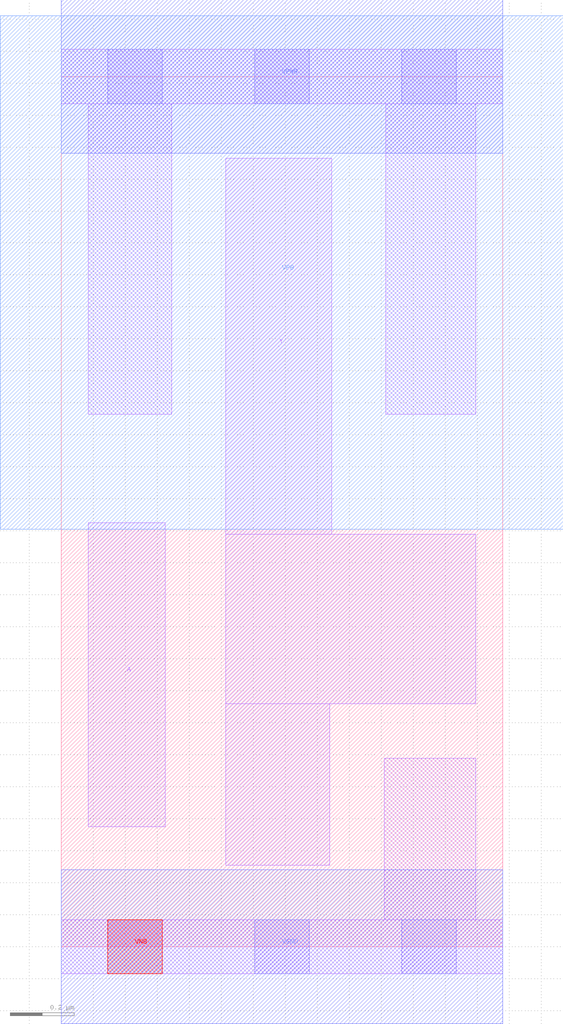
<source format=lef>
# Copyright 2020 The SkyWater PDK Authors
#
# Licensed under the Apache License, Version 2.0 (the "License");
# you may not use this file except in compliance with the License.
# You may obtain a copy of the License at
#
#     https://www.apache.org/licenses/LICENSE-2.0
#
# Unless required by applicable law or agreed to in writing, software
# distributed under the License is distributed on an "AS IS" BASIS,
# WITHOUT WARRANTIES OR CONDITIONS OF ANY KIND, either express or implied.
# See the License for the specific language governing permissions and
# limitations under the License.
#
# SPDX-License-Identifier: Apache-2.0

VERSION 5.7 ;
  NOWIREEXTENSIONATPIN ON ;
  DIVIDERCHAR "/" ;
  BUSBITCHARS "[]" ;
MACRO sky130_fd_sc_hd__clkinv_1
  CLASS CORE ;
  FOREIGN sky130_fd_sc_hd__clkinv_1 ;
  ORIGIN  0.000000  0.000000 ;
  SIZE  1.380000 BY  2.720000 ;
  SYMMETRY X Y R90 ;
  SITE unithd ;
  PIN A
    ANTENNAGATEAREA  0.315000 ;
    DIRECTION INPUT ;
    USE SIGNAL ;
    PORT
      LAYER li1 ;
        RECT 0.085000 0.375000 0.325000 1.325000 ;
    END
  END A
  PIN Y
    ANTENNADIFFAREA  0.336000 ;
    DIRECTION OUTPUT ;
    USE SIGNAL ;
    PORT
      LAYER li1 ;
        RECT 0.515000 0.255000 0.840000 0.760000 ;
        RECT 0.515000 0.760000 1.295000 1.290000 ;
        RECT 0.515000 1.290000 0.845000 2.465000 ;
    END
  END Y
  PIN VGND
    DIRECTION INOUT ;
    SHAPE ABUTMENT ;
    USE GROUND ;
    PORT
      LAYER met1 ;
        RECT 0.000000 -0.240000 1.380000 0.240000 ;
    END
  END VGND
  PIN VNB
    DIRECTION INOUT ;
    USE GROUND ;
    PORT
      LAYER pwell ;
        RECT 0.145000 -0.085000 0.315000 0.085000 ;
    END
  END VNB
  PIN VPB
    DIRECTION INOUT ;
    USE POWER ;
    PORT
      LAYER nwell ;
        RECT -0.190000 1.305000 1.570000 2.910000 ;
    END
  END VPB
  PIN VPWR
    DIRECTION INOUT ;
    SHAPE ABUTMENT ;
    USE POWER ;
    PORT
      LAYER met1 ;
        RECT 0.000000 2.480000 1.380000 2.960000 ;
    END
  END VPWR
  OBS
    LAYER li1 ;
      RECT 0.000000 -0.085000 1.380000 0.085000 ;
      RECT 0.000000  2.635000 1.380000 2.805000 ;
      RECT 0.085000  1.665000 0.345000 2.635000 ;
      RECT 1.010000  0.085000 1.295000 0.590000 ;
      RECT 1.015000  1.665000 1.295000 2.635000 ;
    LAYER mcon ;
      RECT 0.145000 -0.085000 0.315000 0.085000 ;
      RECT 0.145000  2.635000 0.315000 2.805000 ;
      RECT 0.605000 -0.085000 0.775000 0.085000 ;
      RECT 0.605000  2.635000 0.775000 2.805000 ;
      RECT 1.065000 -0.085000 1.235000 0.085000 ;
      RECT 1.065000  2.635000 1.235000 2.805000 ;
  END
END sky130_fd_sc_hd__clkinv_1
END LIBRARY

</source>
